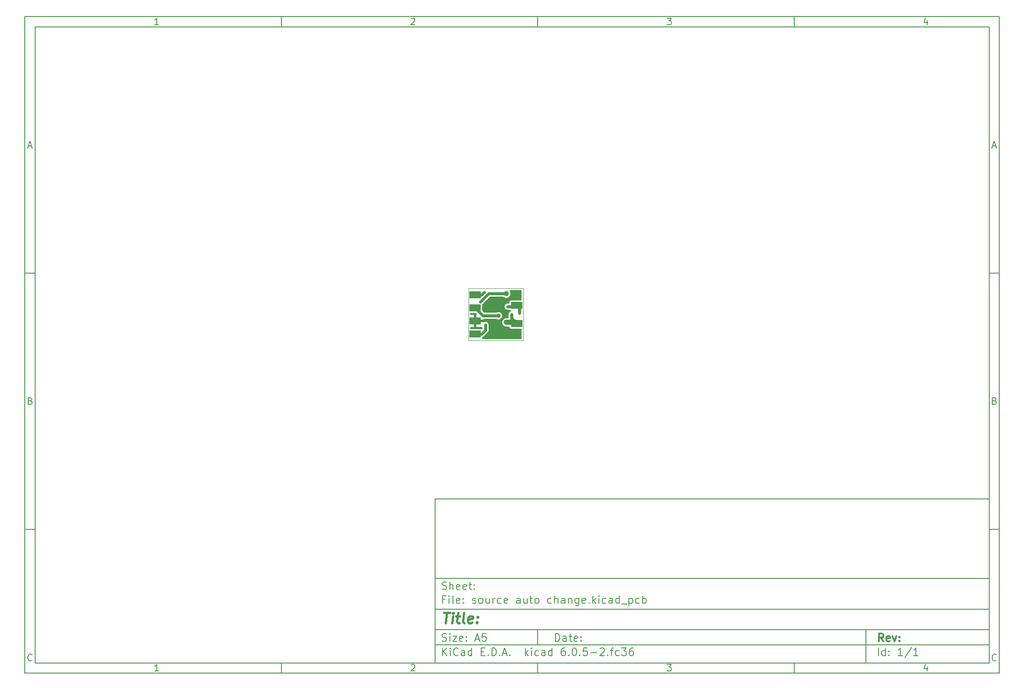
<source format=gbr>
%TF.GenerationSoftware,KiCad,Pcbnew,6.0.5-2.fc36*%
%TF.CreationDate,2022-06-19T11:45:17+04:00*%
%TF.ProjectId,source auto change,736f7572-6365-4206-9175-746f20636861,rev?*%
%TF.SameCoordinates,Original*%
%TF.FileFunction,Copper,L2,Bot*%
%TF.FilePolarity,Positive*%
%FSLAX46Y46*%
G04 Gerber Fmt 4.6, Leading zero omitted, Abs format (unit mm)*
G04 Created by KiCad (PCBNEW 6.0.5-2.fc36) date 2022-06-19 11:45:17*
%MOMM*%
%LPD*%
G01*
G04 APERTURE LIST*
%ADD10C,0.100000*%
%ADD11C,0.150000*%
%ADD12C,0.300000*%
%ADD13C,0.400000*%
%TA.AperFunction,Profile*%
%ADD14C,0.100000*%
%TD*%
%TA.AperFunction,SMDPad,CuDef*%
%ADD15R,2.200000X1.350000*%
%TD*%
%TA.AperFunction,ViaPad*%
%ADD16C,0.400000*%
%TD*%
%TA.AperFunction,ViaPad*%
%ADD17C,0.200000*%
%TD*%
%TA.AperFunction,ViaPad*%
%ADD18C,1.000000*%
%TD*%
%TA.AperFunction,ViaPad*%
%ADD19C,0.800000*%
%TD*%
%TA.AperFunction,ViaPad*%
%ADD20C,0.500000*%
%TD*%
%TA.AperFunction,Conductor*%
%ADD21C,0.600000*%
%TD*%
%TA.AperFunction,Conductor*%
%ADD22C,0.200000*%
%TD*%
%TA.AperFunction,Conductor*%
%ADD23C,1.000000*%
%TD*%
G04 APERTURE END LIST*
D10*
D11*
X90007200Y-104005800D02*
X90007200Y-136005800D01*
X198007200Y-136005800D01*
X198007200Y-104005800D01*
X90007200Y-104005800D01*
D10*
D11*
X10000000Y-10000000D02*
X10000000Y-138005800D01*
X200007200Y-138005800D01*
X200007200Y-10000000D01*
X10000000Y-10000000D01*
D10*
D11*
X12000000Y-12000000D02*
X12000000Y-136005800D01*
X198007200Y-136005800D01*
X198007200Y-12000000D01*
X12000000Y-12000000D01*
D10*
D11*
X60000000Y-12000000D02*
X60000000Y-10000000D01*
D10*
D11*
X110000000Y-12000000D02*
X110000000Y-10000000D01*
D10*
D11*
X160000000Y-12000000D02*
X160000000Y-10000000D01*
D10*
D11*
X36065476Y-11588095D02*
X35322619Y-11588095D01*
X35694047Y-11588095D02*
X35694047Y-10288095D01*
X35570238Y-10473809D01*
X35446428Y-10597619D01*
X35322619Y-10659523D01*
D10*
D11*
X85322619Y-10411904D02*
X85384523Y-10350000D01*
X85508333Y-10288095D01*
X85817857Y-10288095D01*
X85941666Y-10350000D01*
X86003571Y-10411904D01*
X86065476Y-10535714D01*
X86065476Y-10659523D01*
X86003571Y-10845238D01*
X85260714Y-11588095D01*
X86065476Y-11588095D01*
D10*
D11*
X135260714Y-10288095D02*
X136065476Y-10288095D01*
X135632142Y-10783333D01*
X135817857Y-10783333D01*
X135941666Y-10845238D01*
X136003571Y-10907142D01*
X136065476Y-11030952D01*
X136065476Y-11340476D01*
X136003571Y-11464285D01*
X135941666Y-11526190D01*
X135817857Y-11588095D01*
X135446428Y-11588095D01*
X135322619Y-11526190D01*
X135260714Y-11464285D01*
D10*
D11*
X185941666Y-10721428D02*
X185941666Y-11588095D01*
X185632142Y-10226190D02*
X185322619Y-11154761D01*
X186127380Y-11154761D01*
D10*
D11*
X60000000Y-136005800D02*
X60000000Y-138005800D01*
D10*
D11*
X110000000Y-136005800D02*
X110000000Y-138005800D01*
D10*
D11*
X160000000Y-136005800D02*
X160000000Y-138005800D01*
D10*
D11*
X36065476Y-137593895D02*
X35322619Y-137593895D01*
X35694047Y-137593895D02*
X35694047Y-136293895D01*
X35570238Y-136479609D01*
X35446428Y-136603419D01*
X35322619Y-136665323D01*
D10*
D11*
X85322619Y-136417704D02*
X85384523Y-136355800D01*
X85508333Y-136293895D01*
X85817857Y-136293895D01*
X85941666Y-136355800D01*
X86003571Y-136417704D01*
X86065476Y-136541514D01*
X86065476Y-136665323D01*
X86003571Y-136851038D01*
X85260714Y-137593895D01*
X86065476Y-137593895D01*
D10*
D11*
X135260714Y-136293895D02*
X136065476Y-136293895D01*
X135632142Y-136789133D01*
X135817857Y-136789133D01*
X135941666Y-136851038D01*
X136003571Y-136912942D01*
X136065476Y-137036752D01*
X136065476Y-137346276D01*
X136003571Y-137470085D01*
X135941666Y-137531990D01*
X135817857Y-137593895D01*
X135446428Y-137593895D01*
X135322619Y-137531990D01*
X135260714Y-137470085D01*
D10*
D11*
X185941666Y-136727228D02*
X185941666Y-137593895D01*
X185632142Y-136231990D02*
X185322619Y-137160561D01*
X186127380Y-137160561D01*
D10*
D11*
X10000000Y-60000000D02*
X12000000Y-60000000D01*
D10*
D11*
X10000000Y-110000000D02*
X12000000Y-110000000D01*
D10*
D11*
X10690476Y-35216666D02*
X11309523Y-35216666D01*
X10566666Y-35588095D02*
X11000000Y-34288095D01*
X11433333Y-35588095D01*
D10*
D11*
X11092857Y-84907142D02*
X11278571Y-84969047D01*
X11340476Y-85030952D01*
X11402380Y-85154761D01*
X11402380Y-85340476D01*
X11340476Y-85464285D01*
X11278571Y-85526190D01*
X11154761Y-85588095D01*
X10659523Y-85588095D01*
X10659523Y-84288095D01*
X11092857Y-84288095D01*
X11216666Y-84350000D01*
X11278571Y-84411904D01*
X11340476Y-84535714D01*
X11340476Y-84659523D01*
X11278571Y-84783333D01*
X11216666Y-84845238D01*
X11092857Y-84907142D01*
X10659523Y-84907142D01*
D10*
D11*
X11402380Y-135464285D02*
X11340476Y-135526190D01*
X11154761Y-135588095D01*
X11030952Y-135588095D01*
X10845238Y-135526190D01*
X10721428Y-135402380D01*
X10659523Y-135278571D01*
X10597619Y-135030952D01*
X10597619Y-134845238D01*
X10659523Y-134597619D01*
X10721428Y-134473809D01*
X10845238Y-134350000D01*
X11030952Y-134288095D01*
X11154761Y-134288095D01*
X11340476Y-134350000D01*
X11402380Y-134411904D01*
D10*
D11*
X200007200Y-60000000D02*
X198007200Y-60000000D01*
D10*
D11*
X200007200Y-110000000D02*
X198007200Y-110000000D01*
D10*
D11*
X198697676Y-35216666D02*
X199316723Y-35216666D01*
X198573866Y-35588095D02*
X199007200Y-34288095D01*
X199440533Y-35588095D01*
D10*
D11*
X199100057Y-84907142D02*
X199285771Y-84969047D01*
X199347676Y-85030952D01*
X199409580Y-85154761D01*
X199409580Y-85340476D01*
X199347676Y-85464285D01*
X199285771Y-85526190D01*
X199161961Y-85588095D01*
X198666723Y-85588095D01*
X198666723Y-84288095D01*
X199100057Y-84288095D01*
X199223866Y-84350000D01*
X199285771Y-84411904D01*
X199347676Y-84535714D01*
X199347676Y-84659523D01*
X199285771Y-84783333D01*
X199223866Y-84845238D01*
X199100057Y-84907142D01*
X198666723Y-84907142D01*
D10*
D11*
X199409580Y-135464285D02*
X199347676Y-135526190D01*
X199161961Y-135588095D01*
X199038152Y-135588095D01*
X198852438Y-135526190D01*
X198728628Y-135402380D01*
X198666723Y-135278571D01*
X198604819Y-135030952D01*
X198604819Y-134845238D01*
X198666723Y-134597619D01*
X198728628Y-134473809D01*
X198852438Y-134350000D01*
X199038152Y-134288095D01*
X199161961Y-134288095D01*
X199347676Y-134350000D01*
X199409580Y-134411904D01*
D10*
D11*
X113439342Y-131784371D02*
X113439342Y-130284371D01*
X113796485Y-130284371D01*
X114010771Y-130355800D01*
X114153628Y-130498657D01*
X114225057Y-130641514D01*
X114296485Y-130927228D01*
X114296485Y-131141514D01*
X114225057Y-131427228D01*
X114153628Y-131570085D01*
X114010771Y-131712942D01*
X113796485Y-131784371D01*
X113439342Y-131784371D01*
X115582200Y-131784371D02*
X115582200Y-130998657D01*
X115510771Y-130855800D01*
X115367914Y-130784371D01*
X115082200Y-130784371D01*
X114939342Y-130855800D01*
X115582200Y-131712942D02*
X115439342Y-131784371D01*
X115082200Y-131784371D01*
X114939342Y-131712942D01*
X114867914Y-131570085D01*
X114867914Y-131427228D01*
X114939342Y-131284371D01*
X115082200Y-131212942D01*
X115439342Y-131212942D01*
X115582200Y-131141514D01*
X116082200Y-130784371D02*
X116653628Y-130784371D01*
X116296485Y-130284371D02*
X116296485Y-131570085D01*
X116367914Y-131712942D01*
X116510771Y-131784371D01*
X116653628Y-131784371D01*
X117725057Y-131712942D02*
X117582200Y-131784371D01*
X117296485Y-131784371D01*
X117153628Y-131712942D01*
X117082200Y-131570085D01*
X117082200Y-130998657D01*
X117153628Y-130855800D01*
X117296485Y-130784371D01*
X117582200Y-130784371D01*
X117725057Y-130855800D01*
X117796485Y-130998657D01*
X117796485Y-131141514D01*
X117082200Y-131284371D01*
X118439342Y-131641514D02*
X118510771Y-131712942D01*
X118439342Y-131784371D01*
X118367914Y-131712942D01*
X118439342Y-131641514D01*
X118439342Y-131784371D01*
X118439342Y-130855800D02*
X118510771Y-130927228D01*
X118439342Y-130998657D01*
X118367914Y-130927228D01*
X118439342Y-130855800D01*
X118439342Y-130998657D01*
D10*
D11*
X90007200Y-132505800D02*
X198007200Y-132505800D01*
D10*
D11*
X91439342Y-134584371D02*
X91439342Y-133084371D01*
X92296485Y-134584371D02*
X91653628Y-133727228D01*
X92296485Y-133084371D02*
X91439342Y-133941514D01*
X92939342Y-134584371D02*
X92939342Y-133584371D01*
X92939342Y-133084371D02*
X92867914Y-133155800D01*
X92939342Y-133227228D01*
X93010771Y-133155800D01*
X92939342Y-133084371D01*
X92939342Y-133227228D01*
X94510771Y-134441514D02*
X94439342Y-134512942D01*
X94225057Y-134584371D01*
X94082200Y-134584371D01*
X93867914Y-134512942D01*
X93725057Y-134370085D01*
X93653628Y-134227228D01*
X93582200Y-133941514D01*
X93582200Y-133727228D01*
X93653628Y-133441514D01*
X93725057Y-133298657D01*
X93867914Y-133155800D01*
X94082200Y-133084371D01*
X94225057Y-133084371D01*
X94439342Y-133155800D01*
X94510771Y-133227228D01*
X95796485Y-134584371D02*
X95796485Y-133798657D01*
X95725057Y-133655800D01*
X95582200Y-133584371D01*
X95296485Y-133584371D01*
X95153628Y-133655800D01*
X95796485Y-134512942D02*
X95653628Y-134584371D01*
X95296485Y-134584371D01*
X95153628Y-134512942D01*
X95082200Y-134370085D01*
X95082200Y-134227228D01*
X95153628Y-134084371D01*
X95296485Y-134012942D01*
X95653628Y-134012942D01*
X95796485Y-133941514D01*
X97153628Y-134584371D02*
X97153628Y-133084371D01*
X97153628Y-134512942D02*
X97010771Y-134584371D01*
X96725057Y-134584371D01*
X96582200Y-134512942D01*
X96510771Y-134441514D01*
X96439342Y-134298657D01*
X96439342Y-133870085D01*
X96510771Y-133727228D01*
X96582200Y-133655800D01*
X96725057Y-133584371D01*
X97010771Y-133584371D01*
X97153628Y-133655800D01*
X99010771Y-133798657D02*
X99510771Y-133798657D01*
X99725057Y-134584371D02*
X99010771Y-134584371D01*
X99010771Y-133084371D01*
X99725057Y-133084371D01*
X100367914Y-134441514D02*
X100439342Y-134512942D01*
X100367914Y-134584371D01*
X100296485Y-134512942D01*
X100367914Y-134441514D01*
X100367914Y-134584371D01*
X101082200Y-134584371D02*
X101082200Y-133084371D01*
X101439342Y-133084371D01*
X101653628Y-133155800D01*
X101796485Y-133298657D01*
X101867914Y-133441514D01*
X101939342Y-133727228D01*
X101939342Y-133941514D01*
X101867914Y-134227228D01*
X101796485Y-134370085D01*
X101653628Y-134512942D01*
X101439342Y-134584371D01*
X101082200Y-134584371D01*
X102582200Y-134441514D02*
X102653628Y-134512942D01*
X102582200Y-134584371D01*
X102510771Y-134512942D01*
X102582200Y-134441514D01*
X102582200Y-134584371D01*
X103225057Y-134155800D02*
X103939342Y-134155800D01*
X103082200Y-134584371D02*
X103582200Y-133084371D01*
X104082200Y-134584371D01*
X104582200Y-134441514D02*
X104653628Y-134512942D01*
X104582200Y-134584371D01*
X104510771Y-134512942D01*
X104582200Y-134441514D01*
X104582200Y-134584371D01*
X107582200Y-134584371D02*
X107582200Y-133084371D01*
X107725057Y-134012942D02*
X108153628Y-134584371D01*
X108153628Y-133584371D02*
X107582200Y-134155800D01*
X108796485Y-134584371D02*
X108796485Y-133584371D01*
X108796485Y-133084371D02*
X108725057Y-133155800D01*
X108796485Y-133227228D01*
X108867914Y-133155800D01*
X108796485Y-133084371D01*
X108796485Y-133227228D01*
X110153628Y-134512942D02*
X110010771Y-134584371D01*
X109725057Y-134584371D01*
X109582200Y-134512942D01*
X109510771Y-134441514D01*
X109439342Y-134298657D01*
X109439342Y-133870085D01*
X109510771Y-133727228D01*
X109582200Y-133655800D01*
X109725057Y-133584371D01*
X110010771Y-133584371D01*
X110153628Y-133655800D01*
X111439342Y-134584371D02*
X111439342Y-133798657D01*
X111367914Y-133655800D01*
X111225057Y-133584371D01*
X110939342Y-133584371D01*
X110796485Y-133655800D01*
X111439342Y-134512942D02*
X111296485Y-134584371D01*
X110939342Y-134584371D01*
X110796485Y-134512942D01*
X110725057Y-134370085D01*
X110725057Y-134227228D01*
X110796485Y-134084371D01*
X110939342Y-134012942D01*
X111296485Y-134012942D01*
X111439342Y-133941514D01*
X112796485Y-134584371D02*
X112796485Y-133084371D01*
X112796485Y-134512942D02*
X112653628Y-134584371D01*
X112367914Y-134584371D01*
X112225057Y-134512942D01*
X112153628Y-134441514D01*
X112082200Y-134298657D01*
X112082200Y-133870085D01*
X112153628Y-133727228D01*
X112225057Y-133655800D01*
X112367914Y-133584371D01*
X112653628Y-133584371D01*
X112796485Y-133655800D01*
X115296485Y-133084371D02*
X115010771Y-133084371D01*
X114867914Y-133155800D01*
X114796485Y-133227228D01*
X114653628Y-133441514D01*
X114582200Y-133727228D01*
X114582200Y-134298657D01*
X114653628Y-134441514D01*
X114725057Y-134512942D01*
X114867914Y-134584371D01*
X115153628Y-134584371D01*
X115296485Y-134512942D01*
X115367914Y-134441514D01*
X115439342Y-134298657D01*
X115439342Y-133941514D01*
X115367914Y-133798657D01*
X115296485Y-133727228D01*
X115153628Y-133655800D01*
X114867914Y-133655800D01*
X114725057Y-133727228D01*
X114653628Y-133798657D01*
X114582200Y-133941514D01*
X116082200Y-134441514D02*
X116153628Y-134512942D01*
X116082200Y-134584371D01*
X116010771Y-134512942D01*
X116082200Y-134441514D01*
X116082200Y-134584371D01*
X117082200Y-133084371D02*
X117225057Y-133084371D01*
X117367914Y-133155800D01*
X117439342Y-133227228D01*
X117510771Y-133370085D01*
X117582200Y-133655800D01*
X117582200Y-134012942D01*
X117510771Y-134298657D01*
X117439342Y-134441514D01*
X117367914Y-134512942D01*
X117225057Y-134584371D01*
X117082200Y-134584371D01*
X116939342Y-134512942D01*
X116867914Y-134441514D01*
X116796485Y-134298657D01*
X116725057Y-134012942D01*
X116725057Y-133655800D01*
X116796485Y-133370085D01*
X116867914Y-133227228D01*
X116939342Y-133155800D01*
X117082200Y-133084371D01*
X118225057Y-134441514D02*
X118296485Y-134512942D01*
X118225057Y-134584371D01*
X118153628Y-134512942D01*
X118225057Y-134441514D01*
X118225057Y-134584371D01*
X119653628Y-133084371D02*
X118939342Y-133084371D01*
X118867914Y-133798657D01*
X118939342Y-133727228D01*
X119082200Y-133655800D01*
X119439342Y-133655800D01*
X119582200Y-133727228D01*
X119653628Y-133798657D01*
X119725057Y-133941514D01*
X119725057Y-134298657D01*
X119653628Y-134441514D01*
X119582200Y-134512942D01*
X119439342Y-134584371D01*
X119082200Y-134584371D01*
X118939342Y-134512942D01*
X118867914Y-134441514D01*
X120367914Y-134012942D02*
X121510771Y-134012942D01*
X122153628Y-133227228D02*
X122225057Y-133155800D01*
X122367914Y-133084371D01*
X122725057Y-133084371D01*
X122867914Y-133155800D01*
X122939342Y-133227228D01*
X123010771Y-133370085D01*
X123010771Y-133512942D01*
X122939342Y-133727228D01*
X122082200Y-134584371D01*
X123010771Y-134584371D01*
X123653628Y-134441514D02*
X123725057Y-134512942D01*
X123653628Y-134584371D01*
X123582200Y-134512942D01*
X123653628Y-134441514D01*
X123653628Y-134584371D01*
X124153628Y-133584371D02*
X124725057Y-133584371D01*
X124367914Y-134584371D02*
X124367914Y-133298657D01*
X124439342Y-133155800D01*
X124582200Y-133084371D01*
X124725057Y-133084371D01*
X125867914Y-134512942D02*
X125725057Y-134584371D01*
X125439342Y-134584371D01*
X125296485Y-134512942D01*
X125225057Y-134441514D01*
X125153628Y-134298657D01*
X125153628Y-133870085D01*
X125225057Y-133727228D01*
X125296485Y-133655800D01*
X125439342Y-133584371D01*
X125725057Y-133584371D01*
X125867914Y-133655800D01*
X126367914Y-133084371D02*
X127296485Y-133084371D01*
X126796485Y-133655800D01*
X127010771Y-133655800D01*
X127153628Y-133727228D01*
X127225057Y-133798657D01*
X127296485Y-133941514D01*
X127296485Y-134298657D01*
X127225057Y-134441514D01*
X127153628Y-134512942D01*
X127010771Y-134584371D01*
X126582200Y-134584371D01*
X126439342Y-134512942D01*
X126367914Y-134441514D01*
X128582200Y-133084371D02*
X128296485Y-133084371D01*
X128153628Y-133155800D01*
X128082200Y-133227228D01*
X127939342Y-133441514D01*
X127867914Y-133727228D01*
X127867914Y-134298657D01*
X127939342Y-134441514D01*
X128010771Y-134512942D01*
X128153628Y-134584371D01*
X128439342Y-134584371D01*
X128582200Y-134512942D01*
X128653628Y-134441514D01*
X128725057Y-134298657D01*
X128725057Y-133941514D01*
X128653628Y-133798657D01*
X128582200Y-133727228D01*
X128439342Y-133655800D01*
X128153628Y-133655800D01*
X128010771Y-133727228D01*
X127939342Y-133798657D01*
X127867914Y-133941514D01*
D10*
D11*
X90007200Y-129505800D02*
X198007200Y-129505800D01*
D10*
D12*
X177416485Y-131784371D02*
X176916485Y-131070085D01*
X176559342Y-131784371D02*
X176559342Y-130284371D01*
X177130771Y-130284371D01*
X177273628Y-130355800D01*
X177345057Y-130427228D01*
X177416485Y-130570085D01*
X177416485Y-130784371D01*
X177345057Y-130927228D01*
X177273628Y-130998657D01*
X177130771Y-131070085D01*
X176559342Y-131070085D01*
X178630771Y-131712942D02*
X178487914Y-131784371D01*
X178202200Y-131784371D01*
X178059342Y-131712942D01*
X177987914Y-131570085D01*
X177987914Y-130998657D01*
X178059342Y-130855800D01*
X178202200Y-130784371D01*
X178487914Y-130784371D01*
X178630771Y-130855800D01*
X178702200Y-130998657D01*
X178702200Y-131141514D01*
X177987914Y-131284371D01*
X179202200Y-130784371D02*
X179559342Y-131784371D01*
X179916485Y-130784371D01*
X180487914Y-131641514D02*
X180559342Y-131712942D01*
X180487914Y-131784371D01*
X180416485Y-131712942D01*
X180487914Y-131641514D01*
X180487914Y-131784371D01*
X180487914Y-130855800D02*
X180559342Y-130927228D01*
X180487914Y-130998657D01*
X180416485Y-130927228D01*
X180487914Y-130855800D01*
X180487914Y-130998657D01*
D10*
D11*
X91367914Y-131712942D02*
X91582200Y-131784371D01*
X91939342Y-131784371D01*
X92082200Y-131712942D01*
X92153628Y-131641514D01*
X92225057Y-131498657D01*
X92225057Y-131355800D01*
X92153628Y-131212942D01*
X92082200Y-131141514D01*
X91939342Y-131070085D01*
X91653628Y-130998657D01*
X91510771Y-130927228D01*
X91439342Y-130855800D01*
X91367914Y-130712942D01*
X91367914Y-130570085D01*
X91439342Y-130427228D01*
X91510771Y-130355800D01*
X91653628Y-130284371D01*
X92010771Y-130284371D01*
X92225057Y-130355800D01*
X92867914Y-131784371D02*
X92867914Y-130784371D01*
X92867914Y-130284371D02*
X92796485Y-130355800D01*
X92867914Y-130427228D01*
X92939342Y-130355800D01*
X92867914Y-130284371D01*
X92867914Y-130427228D01*
X93439342Y-130784371D02*
X94225057Y-130784371D01*
X93439342Y-131784371D01*
X94225057Y-131784371D01*
X95367914Y-131712942D02*
X95225057Y-131784371D01*
X94939342Y-131784371D01*
X94796485Y-131712942D01*
X94725057Y-131570085D01*
X94725057Y-130998657D01*
X94796485Y-130855800D01*
X94939342Y-130784371D01*
X95225057Y-130784371D01*
X95367914Y-130855800D01*
X95439342Y-130998657D01*
X95439342Y-131141514D01*
X94725057Y-131284371D01*
X96082200Y-131641514D02*
X96153628Y-131712942D01*
X96082200Y-131784371D01*
X96010771Y-131712942D01*
X96082200Y-131641514D01*
X96082200Y-131784371D01*
X96082200Y-130855800D02*
X96153628Y-130927228D01*
X96082200Y-130998657D01*
X96010771Y-130927228D01*
X96082200Y-130855800D01*
X96082200Y-130998657D01*
X97867914Y-131355800D02*
X98582200Y-131355800D01*
X97725057Y-131784371D02*
X98225057Y-130284371D01*
X98725057Y-131784371D01*
X99939342Y-130284371D02*
X99225057Y-130284371D01*
X99153628Y-130998657D01*
X99225057Y-130927228D01*
X99367914Y-130855800D01*
X99725057Y-130855800D01*
X99867914Y-130927228D01*
X99939342Y-130998657D01*
X100010771Y-131141514D01*
X100010771Y-131498657D01*
X99939342Y-131641514D01*
X99867914Y-131712942D01*
X99725057Y-131784371D01*
X99367914Y-131784371D01*
X99225057Y-131712942D01*
X99153628Y-131641514D01*
D10*
D11*
X176439342Y-134584371D02*
X176439342Y-133084371D01*
X177796485Y-134584371D02*
X177796485Y-133084371D01*
X177796485Y-134512942D02*
X177653628Y-134584371D01*
X177367914Y-134584371D01*
X177225057Y-134512942D01*
X177153628Y-134441514D01*
X177082200Y-134298657D01*
X177082200Y-133870085D01*
X177153628Y-133727228D01*
X177225057Y-133655800D01*
X177367914Y-133584371D01*
X177653628Y-133584371D01*
X177796485Y-133655800D01*
X178510771Y-134441514D02*
X178582200Y-134512942D01*
X178510771Y-134584371D01*
X178439342Y-134512942D01*
X178510771Y-134441514D01*
X178510771Y-134584371D01*
X178510771Y-133655800D02*
X178582200Y-133727228D01*
X178510771Y-133798657D01*
X178439342Y-133727228D01*
X178510771Y-133655800D01*
X178510771Y-133798657D01*
X181153628Y-134584371D02*
X180296485Y-134584371D01*
X180725057Y-134584371D02*
X180725057Y-133084371D01*
X180582200Y-133298657D01*
X180439342Y-133441514D01*
X180296485Y-133512942D01*
X182867914Y-133012942D02*
X181582200Y-134941514D01*
X184153628Y-134584371D02*
X183296485Y-134584371D01*
X183725057Y-134584371D02*
X183725057Y-133084371D01*
X183582200Y-133298657D01*
X183439342Y-133441514D01*
X183296485Y-133512942D01*
D10*
D11*
X90007200Y-125505800D02*
X198007200Y-125505800D01*
D10*
D13*
X91719580Y-126210561D02*
X92862438Y-126210561D01*
X92041009Y-128210561D02*
X92291009Y-126210561D01*
X93279104Y-128210561D02*
X93445771Y-126877228D01*
X93529104Y-126210561D02*
X93421961Y-126305800D01*
X93505295Y-126401038D01*
X93612438Y-126305800D01*
X93529104Y-126210561D01*
X93505295Y-126401038D01*
X94112438Y-126877228D02*
X94874342Y-126877228D01*
X94481485Y-126210561D02*
X94267200Y-127924847D01*
X94338628Y-128115323D01*
X94517200Y-128210561D01*
X94707676Y-128210561D01*
X95660057Y-128210561D02*
X95481485Y-128115323D01*
X95410057Y-127924847D01*
X95624342Y-126210561D01*
X97195771Y-128115323D02*
X96993390Y-128210561D01*
X96612438Y-128210561D01*
X96433866Y-128115323D01*
X96362438Y-127924847D01*
X96457676Y-127162942D01*
X96576723Y-126972466D01*
X96779104Y-126877228D01*
X97160057Y-126877228D01*
X97338628Y-126972466D01*
X97410057Y-127162942D01*
X97386247Y-127353419D01*
X96410057Y-127543895D01*
X98160057Y-128020085D02*
X98243390Y-128115323D01*
X98136247Y-128210561D01*
X98052914Y-128115323D01*
X98160057Y-128020085D01*
X98136247Y-128210561D01*
X98291009Y-126972466D02*
X98374342Y-127067704D01*
X98267200Y-127162942D01*
X98183866Y-127067704D01*
X98291009Y-126972466D01*
X98267200Y-127162942D01*
D10*
D11*
X91939342Y-123598657D02*
X91439342Y-123598657D01*
X91439342Y-124384371D02*
X91439342Y-122884371D01*
X92153628Y-122884371D01*
X92725057Y-124384371D02*
X92725057Y-123384371D01*
X92725057Y-122884371D02*
X92653628Y-122955800D01*
X92725057Y-123027228D01*
X92796485Y-122955800D01*
X92725057Y-122884371D01*
X92725057Y-123027228D01*
X93653628Y-124384371D02*
X93510771Y-124312942D01*
X93439342Y-124170085D01*
X93439342Y-122884371D01*
X94796485Y-124312942D02*
X94653628Y-124384371D01*
X94367914Y-124384371D01*
X94225057Y-124312942D01*
X94153628Y-124170085D01*
X94153628Y-123598657D01*
X94225057Y-123455800D01*
X94367914Y-123384371D01*
X94653628Y-123384371D01*
X94796485Y-123455800D01*
X94867914Y-123598657D01*
X94867914Y-123741514D01*
X94153628Y-123884371D01*
X95510771Y-124241514D02*
X95582200Y-124312942D01*
X95510771Y-124384371D01*
X95439342Y-124312942D01*
X95510771Y-124241514D01*
X95510771Y-124384371D01*
X95510771Y-123455800D02*
X95582200Y-123527228D01*
X95510771Y-123598657D01*
X95439342Y-123527228D01*
X95510771Y-123455800D01*
X95510771Y-123598657D01*
X97296485Y-124312942D02*
X97439342Y-124384371D01*
X97725057Y-124384371D01*
X97867914Y-124312942D01*
X97939342Y-124170085D01*
X97939342Y-124098657D01*
X97867914Y-123955800D01*
X97725057Y-123884371D01*
X97510771Y-123884371D01*
X97367914Y-123812942D01*
X97296485Y-123670085D01*
X97296485Y-123598657D01*
X97367914Y-123455800D01*
X97510771Y-123384371D01*
X97725057Y-123384371D01*
X97867914Y-123455800D01*
X98796485Y-124384371D02*
X98653628Y-124312942D01*
X98582200Y-124241514D01*
X98510771Y-124098657D01*
X98510771Y-123670085D01*
X98582200Y-123527228D01*
X98653628Y-123455800D01*
X98796485Y-123384371D01*
X99010771Y-123384371D01*
X99153628Y-123455800D01*
X99225057Y-123527228D01*
X99296485Y-123670085D01*
X99296485Y-124098657D01*
X99225057Y-124241514D01*
X99153628Y-124312942D01*
X99010771Y-124384371D01*
X98796485Y-124384371D01*
X100582200Y-123384371D02*
X100582200Y-124384371D01*
X99939342Y-123384371D02*
X99939342Y-124170085D01*
X100010771Y-124312942D01*
X100153628Y-124384371D01*
X100367914Y-124384371D01*
X100510771Y-124312942D01*
X100582200Y-124241514D01*
X101296485Y-124384371D02*
X101296485Y-123384371D01*
X101296485Y-123670085D02*
X101367914Y-123527228D01*
X101439342Y-123455800D01*
X101582200Y-123384371D01*
X101725057Y-123384371D01*
X102867914Y-124312942D02*
X102725057Y-124384371D01*
X102439342Y-124384371D01*
X102296485Y-124312942D01*
X102225057Y-124241514D01*
X102153628Y-124098657D01*
X102153628Y-123670085D01*
X102225057Y-123527228D01*
X102296485Y-123455800D01*
X102439342Y-123384371D01*
X102725057Y-123384371D01*
X102867914Y-123455800D01*
X104082200Y-124312942D02*
X103939342Y-124384371D01*
X103653628Y-124384371D01*
X103510771Y-124312942D01*
X103439342Y-124170085D01*
X103439342Y-123598657D01*
X103510771Y-123455800D01*
X103653628Y-123384371D01*
X103939342Y-123384371D01*
X104082200Y-123455800D01*
X104153628Y-123598657D01*
X104153628Y-123741514D01*
X103439342Y-123884371D01*
X106582200Y-124384371D02*
X106582200Y-123598657D01*
X106510771Y-123455800D01*
X106367914Y-123384371D01*
X106082200Y-123384371D01*
X105939342Y-123455800D01*
X106582200Y-124312942D02*
X106439342Y-124384371D01*
X106082200Y-124384371D01*
X105939342Y-124312942D01*
X105867914Y-124170085D01*
X105867914Y-124027228D01*
X105939342Y-123884371D01*
X106082200Y-123812942D01*
X106439342Y-123812942D01*
X106582200Y-123741514D01*
X107939342Y-123384371D02*
X107939342Y-124384371D01*
X107296485Y-123384371D02*
X107296485Y-124170085D01*
X107367914Y-124312942D01*
X107510771Y-124384371D01*
X107725057Y-124384371D01*
X107867914Y-124312942D01*
X107939342Y-124241514D01*
X108439342Y-123384371D02*
X109010771Y-123384371D01*
X108653628Y-122884371D02*
X108653628Y-124170085D01*
X108725057Y-124312942D01*
X108867914Y-124384371D01*
X109010771Y-124384371D01*
X109725057Y-124384371D02*
X109582200Y-124312942D01*
X109510771Y-124241514D01*
X109439342Y-124098657D01*
X109439342Y-123670085D01*
X109510771Y-123527228D01*
X109582200Y-123455800D01*
X109725057Y-123384371D01*
X109939342Y-123384371D01*
X110082200Y-123455800D01*
X110153628Y-123527228D01*
X110225057Y-123670085D01*
X110225057Y-124098657D01*
X110153628Y-124241514D01*
X110082200Y-124312942D01*
X109939342Y-124384371D01*
X109725057Y-124384371D01*
X112653628Y-124312942D02*
X112510771Y-124384371D01*
X112225057Y-124384371D01*
X112082200Y-124312942D01*
X112010771Y-124241514D01*
X111939342Y-124098657D01*
X111939342Y-123670085D01*
X112010771Y-123527228D01*
X112082200Y-123455800D01*
X112225057Y-123384371D01*
X112510771Y-123384371D01*
X112653628Y-123455800D01*
X113296485Y-124384371D02*
X113296485Y-122884371D01*
X113939342Y-124384371D02*
X113939342Y-123598657D01*
X113867914Y-123455800D01*
X113725057Y-123384371D01*
X113510771Y-123384371D01*
X113367914Y-123455800D01*
X113296485Y-123527228D01*
X115296485Y-124384371D02*
X115296485Y-123598657D01*
X115225057Y-123455800D01*
X115082200Y-123384371D01*
X114796485Y-123384371D01*
X114653628Y-123455800D01*
X115296485Y-124312942D02*
X115153628Y-124384371D01*
X114796485Y-124384371D01*
X114653628Y-124312942D01*
X114582200Y-124170085D01*
X114582200Y-124027228D01*
X114653628Y-123884371D01*
X114796485Y-123812942D01*
X115153628Y-123812942D01*
X115296485Y-123741514D01*
X116010771Y-123384371D02*
X116010771Y-124384371D01*
X116010771Y-123527228D02*
X116082200Y-123455800D01*
X116225057Y-123384371D01*
X116439342Y-123384371D01*
X116582200Y-123455800D01*
X116653628Y-123598657D01*
X116653628Y-124384371D01*
X118010771Y-123384371D02*
X118010771Y-124598657D01*
X117939342Y-124741514D01*
X117867914Y-124812942D01*
X117725057Y-124884371D01*
X117510771Y-124884371D01*
X117367914Y-124812942D01*
X118010771Y-124312942D02*
X117867914Y-124384371D01*
X117582200Y-124384371D01*
X117439342Y-124312942D01*
X117367914Y-124241514D01*
X117296485Y-124098657D01*
X117296485Y-123670085D01*
X117367914Y-123527228D01*
X117439342Y-123455800D01*
X117582200Y-123384371D01*
X117867914Y-123384371D01*
X118010771Y-123455800D01*
X119296485Y-124312942D02*
X119153628Y-124384371D01*
X118867914Y-124384371D01*
X118725057Y-124312942D01*
X118653628Y-124170085D01*
X118653628Y-123598657D01*
X118725057Y-123455800D01*
X118867914Y-123384371D01*
X119153628Y-123384371D01*
X119296485Y-123455800D01*
X119367914Y-123598657D01*
X119367914Y-123741514D01*
X118653628Y-123884371D01*
X120010771Y-124241514D02*
X120082200Y-124312942D01*
X120010771Y-124384371D01*
X119939342Y-124312942D01*
X120010771Y-124241514D01*
X120010771Y-124384371D01*
X120725057Y-124384371D02*
X120725057Y-122884371D01*
X120867914Y-123812942D02*
X121296485Y-124384371D01*
X121296485Y-123384371D02*
X120725057Y-123955800D01*
X121939342Y-124384371D02*
X121939342Y-123384371D01*
X121939342Y-122884371D02*
X121867914Y-122955800D01*
X121939342Y-123027228D01*
X122010771Y-122955800D01*
X121939342Y-122884371D01*
X121939342Y-123027228D01*
X123296485Y-124312942D02*
X123153628Y-124384371D01*
X122867914Y-124384371D01*
X122725057Y-124312942D01*
X122653628Y-124241514D01*
X122582200Y-124098657D01*
X122582200Y-123670085D01*
X122653628Y-123527228D01*
X122725057Y-123455800D01*
X122867914Y-123384371D01*
X123153628Y-123384371D01*
X123296485Y-123455800D01*
X124582200Y-124384371D02*
X124582200Y-123598657D01*
X124510771Y-123455800D01*
X124367914Y-123384371D01*
X124082200Y-123384371D01*
X123939342Y-123455800D01*
X124582200Y-124312942D02*
X124439342Y-124384371D01*
X124082200Y-124384371D01*
X123939342Y-124312942D01*
X123867914Y-124170085D01*
X123867914Y-124027228D01*
X123939342Y-123884371D01*
X124082200Y-123812942D01*
X124439342Y-123812942D01*
X124582200Y-123741514D01*
X125939342Y-124384371D02*
X125939342Y-122884371D01*
X125939342Y-124312942D02*
X125796485Y-124384371D01*
X125510771Y-124384371D01*
X125367914Y-124312942D01*
X125296485Y-124241514D01*
X125225057Y-124098657D01*
X125225057Y-123670085D01*
X125296485Y-123527228D01*
X125367914Y-123455800D01*
X125510771Y-123384371D01*
X125796485Y-123384371D01*
X125939342Y-123455800D01*
X126296485Y-124527228D02*
X127439342Y-124527228D01*
X127796485Y-123384371D02*
X127796485Y-124884371D01*
X127796485Y-123455800D02*
X127939342Y-123384371D01*
X128225057Y-123384371D01*
X128367914Y-123455800D01*
X128439342Y-123527228D01*
X128510771Y-123670085D01*
X128510771Y-124098657D01*
X128439342Y-124241514D01*
X128367914Y-124312942D01*
X128225057Y-124384371D01*
X127939342Y-124384371D01*
X127796485Y-124312942D01*
X129796485Y-124312942D02*
X129653628Y-124384371D01*
X129367914Y-124384371D01*
X129225057Y-124312942D01*
X129153628Y-124241514D01*
X129082200Y-124098657D01*
X129082200Y-123670085D01*
X129153628Y-123527228D01*
X129225057Y-123455800D01*
X129367914Y-123384371D01*
X129653628Y-123384371D01*
X129796485Y-123455800D01*
X130439342Y-124384371D02*
X130439342Y-122884371D01*
X130439342Y-123455800D02*
X130582200Y-123384371D01*
X130867914Y-123384371D01*
X131010771Y-123455800D01*
X131082200Y-123527228D01*
X131153628Y-123670085D01*
X131153628Y-124098657D01*
X131082200Y-124241514D01*
X131010771Y-124312942D01*
X130867914Y-124384371D01*
X130582200Y-124384371D01*
X130439342Y-124312942D01*
D10*
D11*
X90007200Y-119505800D02*
X198007200Y-119505800D01*
D10*
D11*
X91367914Y-121612942D02*
X91582200Y-121684371D01*
X91939342Y-121684371D01*
X92082200Y-121612942D01*
X92153628Y-121541514D01*
X92225057Y-121398657D01*
X92225057Y-121255800D01*
X92153628Y-121112942D01*
X92082200Y-121041514D01*
X91939342Y-120970085D01*
X91653628Y-120898657D01*
X91510771Y-120827228D01*
X91439342Y-120755800D01*
X91367914Y-120612942D01*
X91367914Y-120470085D01*
X91439342Y-120327228D01*
X91510771Y-120255800D01*
X91653628Y-120184371D01*
X92010771Y-120184371D01*
X92225057Y-120255800D01*
X92867914Y-121684371D02*
X92867914Y-120184371D01*
X93510771Y-121684371D02*
X93510771Y-120898657D01*
X93439342Y-120755800D01*
X93296485Y-120684371D01*
X93082200Y-120684371D01*
X92939342Y-120755800D01*
X92867914Y-120827228D01*
X94796485Y-121612942D02*
X94653628Y-121684371D01*
X94367914Y-121684371D01*
X94225057Y-121612942D01*
X94153628Y-121470085D01*
X94153628Y-120898657D01*
X94225057Y-120755800D01*
X94367914Y-120684371D01*
X94653628Y-120684371D01*
X94796485Y-120755800D01*
X94867914Y-120898657D01*
X94867914Y-121041514D01*
X94153628Y-121184371D01*
X96082200Y-121612942D02*
X95939342Y-121684371D01*
X95653628Y-121684371D01*
X95510771Y-121612942D01*
X95439342Y-121470085D01*
X95439342Y-120898657D01*
X95510771Y-120755800D01*
X95653628Y-120684371D01*
X95939342Y-120684371D01*
X96082200Y-120755800D01*
X96153628Y-120898657D01*
X96153628Y-121041514D01*
X95439342Y-121184371D01*
X96582200Y-120684371D02*
X97153628Y-120684371D01*
X96796485Y-120184371D02*
X96796485Y-121470085D01*
X96867914Y-121612942D01*
X97010771Y-121684371D01*
X97153628Y-121684371D01*
X97653628Y-121541514D02*
X97725057Y-121612942D01*
X97653628Y-121684371D01*
X97582200Y-121612942D01*
X97653628Y-121541514D01*
X97653628Y-121684371D01*
X97653628Y-120755800D02*
X97725057Y-120827228D01*
X97653628Y-120898657D01*
X97582200Y-120827228D01*
X97653628Y-120755800D01*
X97653628Y-120898657D01*
D10*
D12*
D10*
D11*
D10*
D11*
D10*
D11*
D10*
D11*
D10*
D11*
X110007200Y-129505800D02*
X110007200Y-132505800D01*
D10*
D11*
X174007200Y-129505800D02*
X174007200Y-136005800D01*
D14*
X96520000Y-62992000D02*
X107188000Y-62992000D01*
X107188000Y-62992000D02*
X107188000Y-73152000D01*
X107188000Y-73152000D02*
X96520000Y-73152000D01*
X96520000Y-73152000D02*
X96520000Y-62992000D01*
D15*
%TO.P,J5,1,pad*%
%TO.N,/POS*%
X105918000Y-66294000D03*
%TD*%
%TO.P,J4,1,pad*%
%TO.N,/Batt-*%
X97790000Y-71882000D03*
%TD*%
%TO.P,J2,1,pad*%
%TO.N,/DC_wall-*%
X97790000Y-66802000D03*
%TD*%
%TO.P,J6,1,pad*%
%TO.N,/NEG*%
X105918000Y-69850000D03*
%TD*%
%TO.P,J1,1,pad*%
%TO.N,/DC_wall+*%
X97790000Y-64262000D03*
%TD*%
%TO.P,J3,1,pad*%
%TO.N,/Batt+*%
X97790000Y-69342000D03*
%TD*%
D16*
%TO.N,/DC_wall+*%
X99568000Y-63754000D03*
D17*
%TO.N,/Batt+*%
X100838000Y-66802000D03*
D18*
X103886000Y-71628000D03*
D19*
%TO.N,/DC_wall-*%
X102362000Y-68326000D03*
D20*
%TO.N,/Batt-*%
X99822000Y-70104000D03*
X98814328Y-65614559D03*
D18*
X103886000Y-64008000D03*
D20*
%TO.N,/POS*%
X104140000Y-66548000D03*
X106426000Y-67818000D03*
D18*
%TO.N,/NEG*%
X103886000Y-69596000D03*
D20*
X104902000Y-68072000D03*
%TD*%
D21*
%TO.N,/DC_wall+*%
X99060000Y-64262000D02*
X99568000Y-63754000D01*
X97790000Y-64262000D02*
X99060000Y-64262000D01*
%TO.N,/DC_wall-*%
X99314000Y-68326000D02*
X97790000Y-66802000D01*
X102362000Y-68326000D02*
X99314000Y-68326000D01*
%TO.N,/Batt-*%
X99822000Y-70104000D02*
X99822000Y-71120000D01*
X99822000Y-71120000D02*
X99060000Y-71882000D01*
X103886000Y-64008000D02*
X100420887Y-64008000D01*
D22*
X98044000Y-71882000D02*
X97790000Y-71882000D01*
D21*
X100420887Y-64008000D02*
X98814328Y-65614559D01*
X99060000Y-71882000D02*
X97790000Y-71882000D01*
%TO.N,/POS*%
X106426000Y-66802000D02*
X105918000Y-66294000D01*
X104140000Y-66548000D02*
X105664000Y-66548000D01*
X105664000Y-66548000D02*
X105918000Y-66294000D01*
X106426000Y-67818000D02*
X106426000Y-66802000D01*
%TO.N,/NEG*%
X104902000Y-68834000D02*
X105918000Y-69850000D01*
D23*
X103886000Y-69596000D02*
X105664000Y-69596000D01*
D21*
X104902000Y-68072000D02*
X104902000Y-68834000D01*
D23*
X105664000Y-69596000D02*
X105918000Y-69850000D01*
%TD*%
%TA.AperFunction,Conductor*%
%TO.N,/Batt+*%
G36*
X106829621Y-63312502D02*
G01*
X106876114Y-63366158D01*
X106887500Y-63418500D01*
X106887500Y-65192500D01*
X106867498Y-65260621D01*
X106813842Y-65307114D01*
X106761500Y-65318500D01*
X104773354Y-65318500D01*
X104769650Y-65318941D01*
X104769647Y-65318941D01*
X104762254Y-65319821D01*
X104747154Y-65321618D01*
X104644847Y-65367061D01*
X104565759Y-65446287D01*
X104520494Y-65548673D01*
X104517500Y-65574354D01*
X104517500Y-65821500D01*
X104497498Y-65889621D01*
X104443842Y-65936114D01*
X104391500Y-65947500D01*
X104100639Y-65947500D01*
X103983238Y-65962956D01*
X103837159Y-66023464D01*
X103711718Y-66119718D01*
X103615464Y-66245159D01*
X103554956Y-66391238D01*
X103534318Y-66548000D01*
X103554956Y-66704762D01*
X103615464Y-66850841D01*
X103711718Y-66976282D01*
X103837159Y-67072536D01*
X103983238Y-67133044D01*
X104100639Y-67148500D01*
X104520292Y-67148500D01*
X104588413Y-67168502D01*
X104609309Y-67185327D01*
X104637051Y-67213021D01*
X104637056Y-67213025D01*
X104645287Y-67221241D01*
X104655926Y-67225944D01*
X104655928Y-67225946D01*
X104734737Y-67260787D01*
X104788953Y-67306625D01*
X104809781Y-67374498D01*
X104790607Y-67442856D01*
X104732008Y-67492436D01*
X104599159Y-67547464D01*
X104592608Y-67552491D01*
X104495760Y-67626805D01*
X104473718Y-67643718D01*
X104468695Y-67650264D01*
X104457100Y-67665375D01*
X104377464Y-67769159D01*
X104316956Y-67915238D01*
X104315878Y-67923426D01*
X104310198Y-67966574D01*
X104301500Y-68032639D01*
X104301500Y-68669500D01*
X104281498Y-68737621D01*
X104227842Y-68784114D01*
X104175500Y-68795500D01*
X103941422Y-68795500D01*
X103926503Y-68794614D01*
X103921169Y-68793978D01*
X103891624Y-68790455D01*
X103845830Y-68795268D01*
X103842945Y-68795500D01*
X103840845Y-68795500D01*
X103837357Y-68795891D01*
X103837344Y-68795892D01*
X103799938Y-68800088D01*
X103799065Y-68800183D01*
X103730357Y-68807405D01*
X103713017Y-68809227D01*
X103710339Y-68810139D01*
X103707528Y-68810454D01*
X103701407Y-68812586D01*
X103701405Y-68812586D01*
X103625793Y-68838917D01*
X103624961Y-68839204D01*
X103549140Y-68865015D01*
X103549139Y-68865016D01*
X103543007Y-68867103D01*
X103540599Y-68868585D01*
X103537927Y-68869515D01*
X103493178Y-68897477D01*
X103464487Y-68915405D01*
X103463741Y-68915867D01*
X103446458Y-68926500D01*
X103390045Y-68961206D01*
X103388024Y-68963185D01*
X103385625Y-68964684D01*
X103381040Y-68969238D01*
X103381039Y-68969238D01*
X103324195Y-69025687D01*
X103323568Y-69026305D01*
X103261732Y-69086859D01*
X103260199Y-69089238D01*
X103258193Y-69091230D01*
X103211610Y-69164633D01*
X103164446Y-69237817D01*
X103163478Y-69240477D01*
X103161963Y-69242864D01*
X103159793Y-69248957D01*
X103159789Y-69248966D01*
X103132917Y-69324433D01*
X103132619Y-69325262D01*
X103103022Y-69406578D01*
X103102667Y-69409386D01*
X103101719Y-69412049D01*
X103100956Y-69418452D01*
X103100955Y-69418454D01*
X103091472Y-69497983D01*
X103091365Y-69498855D01*
X103080514Y-69584753D01*
X103080790Y-69587567D01*
X103080455Y-69590376D01*
X103082014Y-69605204D01*
X103089507Y-69676496D01*
X103089586Y-69677274D01*
X103098039Y-69763486D01*
X103098931Y-69766168D01*
X103099227Y-69768983D01*
X103101309Y-69775098D01*
X103101310Y-69775104D01*
X103127128Y-69850943D01*
X103127409Y-69851777D01*
X103154726Y-69933896D01*
X103156192Y-69936316D01*
X103157103Y-69938993D01*
X103167213Y-69955426D01*
X103202437Y-70012681D01*
X103202896Y-70013433D01*
X103244413Y-70081988D01*
X103244416Y-70081991D01*
X103247759Y-70087512D01*
X103249725Y-70089548D01*
X103251206Y-70091955D01*
X103255720Y-70096565D01*
X103255725Y-70096571D01*
X103311790Y-70153822D01*
X103312349Y-70154396D01*
X103372514Y-70216699D01*
X103374880Y-70218248D01*
X103376859Y-70220268D01*
X103449680Y-70267198D01*
X103450337Y-70267625D01*
X103517392Y-70311505D01*
X103517396Y-70311507D01*
X103522789Y-70315036D01*
X103525439Y-70316022D01*
X103527817Y-70317554D01*
X103609198Y-70347174D01*
X103609875Y-70347423D01*
X103691116Y-70377636D01*
X103693918Y-70378010D01*
X103696578Y-70378978D01*
X103702992Y-70379788D01*
X103702995Y-70379789D01*
X103743520Y-70384908D01*
X103782655Y-70389851D01*
X103783232Y-70389926D01*
X103836387Y-70397019D01*
X103862151Y-70400457D01*
X103862153Y-70400457D01*
X103869130Y-70401388D01*
X103876141Y-70400750D01*
X103876145Y-70400750D01*
X103917139Y-70397019D01*
X103928558Y-70396500D01*
X104391500Y-70396500D01*
X104459621Y-70416502D01*
X104506114Y-70470158D01*
X104517500Y-70522500D01*
X104517500Y-70569646D01*
X104520618Y-70595846D01*
X104524456Y-70604486D01*
X104524456Y-70604487D01*
X104545116Y-70651000D01*
X104566061Y-70698153D01*
X104645287Y-70777241D01*
X104655924Y-70781944D01*
X104655926Y-70781945D01*
X104715462Y-70808265D01*
X104747673Y-70822506D01*
X104773354Y-70825500D01*
X106761500Y-70825500D01*
X106829621Y-70845502D01*
X106876114Y-70899158D01*
X106887500Y-70951500D01*
X106887500Y-72725500D01*
X106867498Y-72793621D01*
X106813842Y-72840114D01*
X106761500Y-72851500D01*
X99281868Y-72851500D01*
X99213747Y-72831498D01*
X99167254Y-72777842D01*
X99157150Y-72707568D01*
X99166628Y-72674553D01*
X99183674Y-72635995D01*
X99183674Y-72635994D01*
X99187506Y-72627327D01*
X99190500Y-72601646D01*
X99190500Y-72562113D01*
X99210502Y-72493992D01*
X99268281Y-72445704D01*
X99362841Y-72406536D01*
X99488282Y-72310282D01*
X99507430Y-72285328D01*
X99518297Y-72272938D01*
X100212938Y-71578297D01*
X100225329Y-71567429D01*
X100243736Y-71553305D01*
X100250282Y-71548282D01*
X100346536Y-71422841D01*
X100407044Y-71276762D01*
X100422500Y-71159361D01*
X100427682Y-71120000D01*
X100423578Y-71088827D01*
X100422500Y-71072381D01*
X100422500Y-70064639D01*
X100407044Y-69947238D01*
X100346536Y-69801159D01*
X100250282Y-69675718D01*
X100124841Y-69579464D01*
X99978762Y-69518956D01*
X99822000Y-69498318D01*
X99665238Y-69518956D01*
X99519159Y-69579464D01*
X99512605Y-69584493D01*
X99505457Y-69588620D01*
X99503674Y-69585532D01*
X99452669Y-69605204D01*
X99415502Y-69602754D01*
X99384453Y-69596000D01*
X98062115Y-69596000D01*
X98046876Y-69600475D01*
X98045671Y-69601865D01*
X98044000Y-69609548D01*
X98044000Y-70506884D01*
X98048475Y-70522123D01*
X98049865Y-70523328D01*
X98057548Y-70524999D01*
X98934669Y-70524999D01*
X98941490Y-70524629D01*
X98992352Y-70519105D01*
X99007603Y-70515479D01*
X99051270Y-70499109D01*
X99122077Y-70493926D01*
X99184446Y-70527846D01*
X99218575Y-70590102D01*
X99221500Y-70617091D01*
X99221500Y-70819075D01*
X99201498Y-70887196D01*
X99184595Y-70908170D01*
X99175986Y-70916779D01*
X99113674Y-70950805D01*
X99042859Y-70945740D01*
X99035943Y-70942924D01*
X98968992Y-70913325D01*
X98968993Y-70913325D01*
X98960327Y-70909494D01*
X98934646Y-70906500D01*
X96946500Y-70906500D01*
X96878379Y-70886498D01*
X96831886Y-70832842D01*
X96820500Y-70780500D01*
X96820500Y-70651000D01*
X96840502Y-70582879D01*
X96894158Y-70536386D01*
X96946500Y-70525000D01*
X97517885Y-70525000D01*
X97533124Y-70520525D01*
X97534329Y-70519135D01*
X97536000Y-70511452D01*
X97536000Y-68177116D01*
X97531525Y-68161877D01*
X97530135Y-68160672D01*
X97522452Y-68159001D01*
X96946500Y-68159001D01*
X96878379Y-68138999D01*
X96831886Y-68085343D01*
X96820500Y-68033001D01*
X96820500Y-67903500D01*
X96840502Y-67835379D01*
X96894158Y-67788886D01*
X96946500Y-67777500D01*
X97864075Y-67777500D01*
X97932196Y-67797502D01*
X97953170Y-67814405D01*
X98094115Y-67955350D01*
X98128141Y-68017662D01*
X98123076Y-68088477D01*
X98080529Y-68145313D01*
X98048889Y-68161152D01*
X98045671Y-68164865D01*
X98044000Y-68172548D01*
X98044000Y-69069885D01*
X98048475Y-69085124D01*
X98049865Y-69086329D01*
X98057548Y-69088000D01*
X99379884Y-69088000D01*
X99395123Y-69083525D01*
X99396328Y-69082135D01*
X99397999Y-69074452D01*
X99397999Y-69052500D01*
X99418001Y-68984379D01*
X99471657Y-68937886D01*
X99523999Y-68926500D01*
X101967847Y-68926500D01*
X102027969Y-68941769D01*
X102095558Y-68978467D01*
X102095560Y-68978468D01*
X102102235Y-68982092D01*
X102109584Y-68984020D01*
X102258883Y-69023188D01*
X102258885Y-69023188D01*
X102266233Y-69025116D01*
X102352609Y-69026473D01*
X102428161Y-69027660D01*
X102428164Y-69027660D01*
X102435760Y-69027779D01*
X102443165Y-69026083D01*
X102443166Y-69026083D01*
X102503586Y-69012245D01*
X102601029Y-68989928D01*
X102752498Y-68913747D01*
X102831713Y-68846090D01*
X102875651Y-68808564D01*
X102875652Y-68808563D01*
X102881423Y-68803634D01*
X102980361Y-68665947D01*
X102983194Y-68658900D01*
X103040766Y-68515687D01*
X103040767Y-68515685D01*
X103043601Y-68508634D01*
X103058475Y-68404122D01*
X103066909Y-68344862D01*
X103066909Y-68344859D01*
X103067490Y-68340778D01*
X103067645Y-68326000D01*
X103047276Y-68157680D01*
X102987345Y-67999077D01*
X102929724Y-67915238D01*
X102895614Y-67865608D01*
X102895613Y-67865607D01*
X102891312Y-67859349D01*
X102885641Y-67854296D01*
X102770392Y-67751612D01*
X102770388Y-67751610D01*
X102764721Y-67746560D01*
X102724946Y-67725500D01*
X102655244Y-67688595D01*
X102614881Y-67667224D01*
X102450441Y-67625919D01*
X102442843Y-67625879D01*
X102442841Y-67625879D01*
X102365668Y-67625475D01*
X102280895Y-67625031D01*
X102273508Y-67626805D01*
X102273504Y-67626805D01*
X102175794Y-67650264D01*
X102116032Y-67664612D01*
X102109288Y-67668093D01*
X102109285Y-67668094D01*
X102025254Y-67711466D01*
X101967464Y-67725500D01*
X99614926Y-67725500D01*
X99546805Y-67705498D01*
X99525831Y-67688595D01*
X99227405Y-67390169D01*
X99193379Y-67327857D01*
X99190500Y-67301074D01*
X99190500Y-66139812D01*
X99210502Y-66071691D01*
X99227405Y-66050717D01*
X100632717Y-64645405D01*
X100695029Y-64611379D01*
X100721812Y-64608500D01*
X103304085Y-64608500D01*
X103373078Y-64629068D01*
X103522789Y-64727036D01*
X103691116Y-64789636D01*
X103698097Y-64790567D01*
X103698099Y-64790568D01*
X103862149Y-64812457D01*
X103862153Y-64812457D01*
X103869130Y-64813388D01*
X103876142Y-64812750D01*
X103876146Y-64812750D01*
X104040960Y-64797751D01*
X104040961Y-64797751D01*
X104047981Y-64797112D01*
X104218782Y-64741615D01*
X104249714Y-64723176D01*
X104366992Y-64653265D01*
X104366994Y-64653264D01*
X104373044Y-64649657D01*
X104503099Y-64525807D01*
X104602483Y-64376222D01*
X104617168Y-64337564D01*
X104663757Y-64214919D01*
X104663758Y-64214914D01*
X104666257Y-64208336D01*
X104691251Y-64030493D01*
X104691565Y-64008000D01*
X104671546Y-63829528D01*
X104612485Y-63659927D01*
X104517316Y-63507625D01*
X104512352Y-63502627D01*
X104507976Y-63497105D01*
X104510427Y-63495163D01*
X104483184Y-63444921D01*
X104488457Y-63374120D01*
X104531171Y-63317410D01*
X104597764Y-63292795D01*
X104606383Y-63292500D01*
X106761500Y-63292500D01*
X106829621Y-63312502D01*
G37*
%TD.AperFunction*%
%TD*%
M02*

</source>
